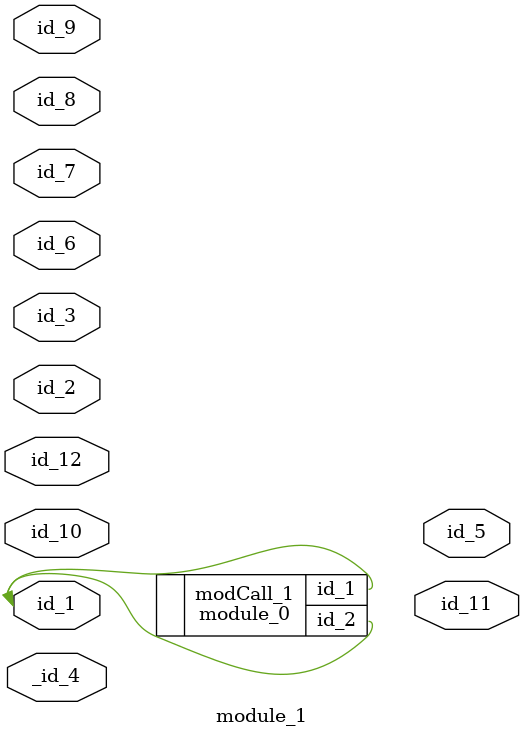
<source format=v>
module module_0 (
    id_1,
    id_2
);
  inout wor id_2;
  inout wire id_1;
  assign id_1 = id_2;
  assign id_2 = (id_1 + -1);
  wire id_3;
endmodule
module module_1 #(
    parameter id_4 = 32'd57
) (
    id_1,
    id_2,
    id_3,
    _id_4,
    id_5,
    id_6,
    id_7,
    id_8,
    id_9,
    id_10,
    id_11,
    id_12
);
  input wire id_12;
  output wire id_11;
  inout wire id_10;
  input wire id_9;
  input wire id_8;
  input wire id_7;
  module_0 modCall_1 (
      id_1,
      id_1
  );
  input wire id_6;
  output wire id_5;
  input wire _id_4;
  input wire id_3;
  input wire id_2;
  inout wire id_1;
  wire [-1 'b0 : id_4] id_13;
endmodule

</source>
